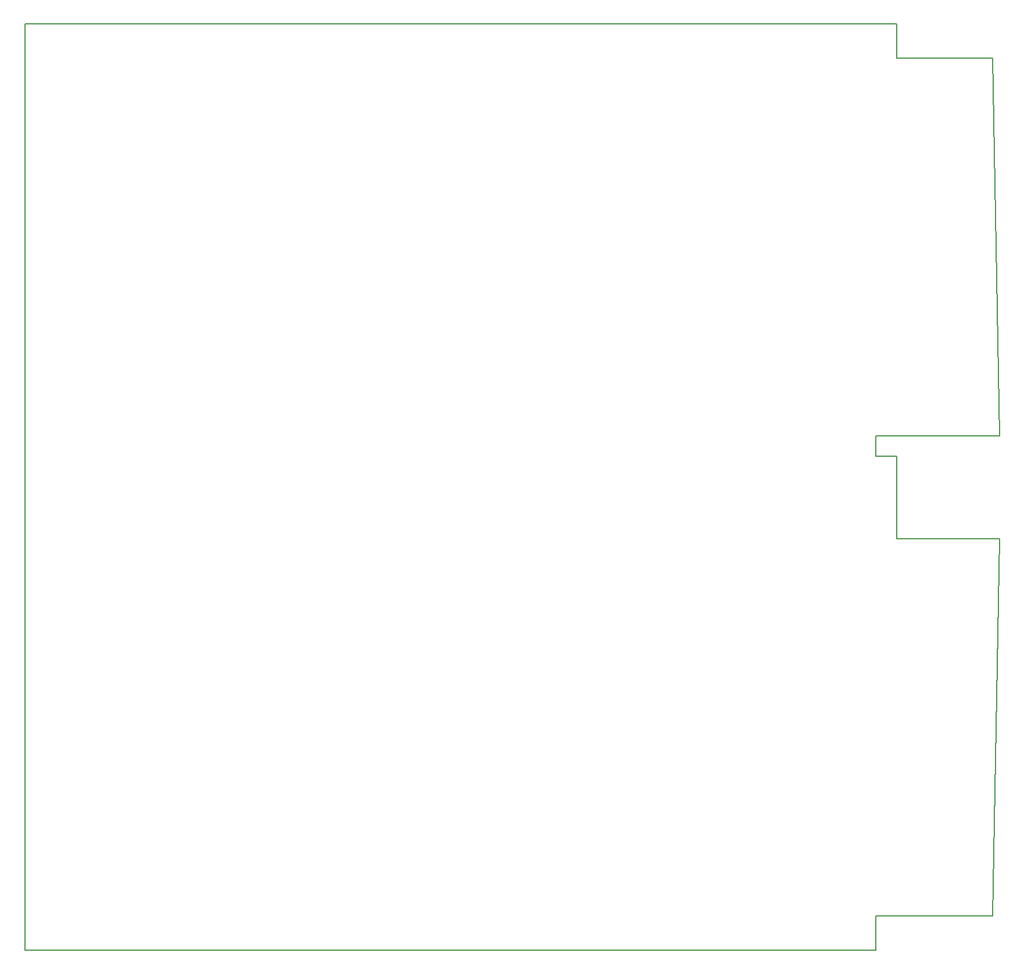
<source format=gko>
G04*
G04  File:            MT-CONTROLLER-PROTOTYPE_C-II.GKO, Thu Feb 18 07:25:22 2021*
G04  Source:          P-CAD 2006 PCB, Version 19.02.958, (D:\retrocomputing\CM5300\pdp11-mt-controller\pcb\mt-controller-prototype_c-ii.pcb)*
G04  Format:          Gerber Format (RS-274-D), ASCII*
G04*
G04  Format Options:  Absolute Positioning*
G04                   Leading-Zero Suppression*
G04                   Scale Factor 1:1*
G04                   NO Circular Interpolation*
G04                   Inch Units*
G04                   Numeric Format: 4.4 (XXXX.XXXX)*
G04                   G54 NOT Used for Aperture Change*
G04                   Apertures Embedded*
G04*
G04  File Options:    Offset = (0.0mil,0.0mil)*
G04                   Drill Symbol Size = 80.0mil*
G04                   No Pad/Via Holes*
G04*
G04  File Contents:   No Pads*
G04                   No Vias*
G04                   No Designators*
G04                   No Types*
G04                   No Values*
G04                   No Drill Symbols*
G04                   Board*
G04*
%INMT-CONTROLLER-PROTOTYPE_C-II.GKO*%
%ICAS*%
%MOIN*%
G04*
G04  Aperture MACROs for general use --- invoked via D-code assignment *
G04*
G04  General MACRO for flashed round with rotation and/or offset hole *
%AMROTOFFROUND*
1,1,$1,0.0000,0.0000*
1,0,$2,$3,$4*%
G04*
G04  General MACRO for flashed oval (obround) with rotation and/or offset hole *
%AMROTOFFOVAL*
21,1,$1,$2,0.0000,0.0000,$3*
1,1,$4,$5,$6*
1,1,$4,0-$5,0-$6*
1,0,$7,$8,$9*%
G04*
G04  General MACRO for flashed oval (obround) with rotation and no hole *
%AMROTOVALNOHOLE*
21,1,$1,$2,0.0000,0.0000,$3*
1,1,$4,$5,$6*
1,1,$4,0-$5,0-$6*%
G04*
G04  General MACRO for flashed rectangle with rotation and/or offset hole *
%AMROTOFFRECT*
21,1,$1,$2,0.0000,0.0000,$3*
1,0,$4,$5,$6*%
G04*
G04  General MACRO for flashed rectangle with rotation and no hole *
%AMROTRECTNOHOLE*
21,1,$1,$2,0.0000,0.0000,$3*%
G04*
G04  General MACRO for flashed rounded-rectangle *
%AMROUNDRECT*
21,1,$1,$2-$4,0.0000,0.0000,$3*
21,1,$1-$4,$2,0.0000,0.0000,$3*
1,1,$4,$5,$6*
1,1,$4,$7,$8*
1,1,$4,0-$5,0-$6*
1,1,$4,0-$7,0-$8*
1,0,$9,$10,$11*%
G04*
G04  General MACRO for flashed rounded-rectangle with rotation and no hole *
%AMROUNDRECTNOHOLE*
21,1,$1,$2-$4,0.0000,0.0000,$3*
21,1,$1-$4,$2,0.0000,0.0000,$3*
1,1,$4,$5,$6*
1,1,$4,$7,$8*
1,1,$4,0-$5,0-$6*
1,1,$4,0-$7,0-$8*%
G04*
G04  General MACRO for flashed regular polygon *
%AMREGPOLY*
5,1,$1,0.0000,0.0000,$2,$3+$4*
1,0,$5,$6,$7*%
G04*
G04  General MACRO for flashed regular polygon with no hole *
%AMREGPOLYNOHOLE*
5,1,$1,0.0000,0.0000,$2,$3+$4*%
G04*
G04  General MACRO for target *
%AMTARGET*
6,0,0,$1,$2,$3,4,$4,$5,$6*%
G04*
G04  General MACRO for mounting hole *
%AMMTHOLE*
1,1,$1,0,0*
1,0,$2,0,0*
$1=$1-$2*
$1=$1/2*
21,1,$2+$1,$3,0,0,$4*
21,1,$3,$2+$1,0,0,$4*%
G04*
G04*
G04  D10 : "Ellipse X0.254mm Y0.254mm H0.000mm 0.0deg (0.000mm,0.000mm) Draw"*
G04  Disc: OuterDia=0.0100*
%ADD10C, 0.0100*%
G04  D11 : "Ellipse X0.300mm Y0.300mm H0.000mm 0.0deg (0.000mm,0.000mm) Draw"*
G04  Disc: OuterDia=0.0118*
%ADD11C, 0.0118*%
G04  D12 : "Ellipse X0.350mm Y0.350mm H0.000mm 0.0deg (0.000mm,0.000mm) Draw"*
G04  Disc: OuterDia=0.0138*
%ADD12C, 0.0138*%
G04  D13 : "Ellipse X0.400mm Y0.400mm H0.000mm 0.0deg (0.000mm,0.000mm) Draw"*
G04  Disc: OuterDia=0.0157*
%ADD13C, 0.0157*%
G04  D14 : "Ellipse X0.500mm Y0.500mm H0.000mm 0.0deg (0.000mm,0.000mm) Draw"*
G04  Disc: OuterDia=0.0197*
%ADD14C, 0.0197*%
G04  D15 : "Ellipse X0.100mm Y0.100mm H0.000mm 0.0deg (0.000mm,0.000mm) Draw"*
G04  Disc: OuterDia=0.0039*
%ADD15C, 0.0039*%
G04  D16 : "Ellipse X1.000mm Y1.000mm H0.000mm 0.0deg (0.000mm,0.000mm) Draw"*
G04  Disc: OuterDia=0.0394*
%ADD16C, 0.0394*%
G04  D17 : "Ellipse X0.127mm Y0.127mm H0.000mm 0.0deg (0.000mm,0.000mm) Draw"*
G04  Disc: OuterDia=0.0050*
%ADD17C, 0.0050*%
G04  D18 : "Ellipse X0.150mm Y0.150mm H0.000mm 0.0deg (0.000mm,0.000mm) Draw"*
G04  Disc: OuterDia=0.0059*
%ADD18C, 0.0059*%
G04  D19 : "Ellipse X1.500mm Y1.500mm H0.000mm 0.0deg (0.000mm,0.000mm) Draw"*
G04  Disc: OuterDia=0.0591*
%ADD19C, 0.0591*%
G04  D20 : "Ellipse X0.200mm Y0.200mm H0.000mm 0.0deg (0.000mm,0.000mm) Draw"*
G04  Disc: OuterDia=0.0079*
%ADD20C, 0.0079*%
G04  D21 : "Ellipse X0.250mm Y0.250mm H0.000mm 0.0deg (0.000mm,0.000mm) Draw"*
G04  Disc: OuterDia=0.0098*
%ADD21C, 0.0098*%
G04  D22 : "Ellipse X2.600mm Y2.600mm H0.000mm 0.0deg (0.000mm,0.000mm) Flash"*
G04  Disc: OuterDia=0.1024*
%ADD22C, 0.1024*%
G04  D23 : "Ellipse X2.800mm Y2.800mm H0.000mm 0.0deg (0.000mm,0.000mm) Flash"*
G04  Disc: OuterDia=0.1102*
%ADD23C, 0.1102*%
G04  D24 : "Ellipse X3.300mm Y3.300mm H0.000mm 0.0deg (0.000mm,0.000mm) Flash"*
G04  Disc: OuterDia=0.1299*
%ADD24C, 0.1299*%
G04  D25 : "Ellipse X0.500mm Y0.500mm H0.000mm 0.0deg (0.000mm,0.000mm) Flash"*
G04  Disc: OuterDia=0.0197*
%ADD25C, 0.0197*%
G04  D26 : "Ellipse X0.550mm Y0.550mm H0.000mm 0.0deg (0.000mm,0.000mm) Flash"*
G04  Disc: OuterDia=0.0217*
%ADD26C, 0.0217*%
G04  D27 : "Ellipse X0.800mm Y0.800mm H0.000mm 0.0deg (0.000mm,0.000mm) Flash"*
G04  Disc: OuterDia=0.0315*
%ADD27C, 0.0315*%
G04  D28 : "Ellipse X1.000mm Y1.000mm H0.000mm 0.0deg (0.000mm,0.000mm) Flash"*
G04  Disc: OuterDia=0.0394*
%ADD28C, 0.0394*%
G04  D29 : "Ellipse X1.800mm Y1.800mm H0.000mm 0.0deg (0.000mm,0.000mm) Flash"*
G04  Disc: OuterDia=0.0709*
%ADD29C, 0.0709*%
G04  D30 : "Ellipse X1.900mm Y1.900mm H0.000mm 0.0deg (0.000mm,0.000mm) Flash"*
G04  Disc: OuterDia=0.0748*
%ADD30C, 0.0748*%
G04  D31 : "Ellipse X2.300mm Y2.300mm H0.000mm 0.0deg (0.000mm,0.000mm) Flash"*
G04  Disc: OuterDia=0.0906*
%ADD31C, 0.0906*%
G04  D32 : "Ellipse X2.400mm Y2.400mm H0.000mm 0.0deg (0.000mm,0.000mm) Flash"*
G04  Disc: OuterDia=0.0945*
%ADD32C, 0.0945*%
G04  D33 : "Ellipse X2.500mm Y2.500mm H0.000mm 0.0deg (0.000mm,0.000mm) Flash"*
G04  Disc: OuterDia=0.0984*
%ADD33C, 0.0984*%
G04  D34 : "Mounting Hole X2.700mm Y2.700mm H0.000mm 0.0deg (0.000mm,0.000mm) Flash"*
G04  Mounting Hole: Diameter=0.1063, Rotation=0.0, LineWidth=0.0050 *
%ADD34MTHOLE, 0.1063 X0.0863 X0.0050 X0.0*%
G04  D35 : "Mounting Hole X3.200mm Y3.200mm H0.000mm 0.0deg (0.000mm,0.000mm) Flash"*
G04  Mounting Hole: Diameter=0.1260, Rotation=0.0, LineWidth=0.0050 *
%ADD35MTHOLE, 0.1260 X0.1060 X0.0050 X0.0*%
G04  D36 : "Rounded Rectangle X0.310mm Y0.600mm H0.000mm 0.0deg (0.000mm,0.000mm) Flash"*
G04  RoundRct: DimX=0.0122, DimY=0.0236, CornerRad=0.0031, Rotation=0.0, OffsetX=0.0000, OffsetY=0.0000, HoleDia=0.0000 *
%ADD36ROUNDRECTNOHOLE, 0.0122 X0.0236 X0.0 X0.0061 X-0.0031 X-0.0088 X-0.0031 X0.0088*%
G04  D37 : "Rounded Rectangle X0.410mm Y0.700mm H0.000mm 0.0deg (0.000mm,0.000mm) Flash"*
G04  RoundRct: DimX=0.0161, DimY=0.0276, CornerRad=0.0040, Rotation=0.0, OffsetX=0.0000, OffsetY=0.0000, HoleDia=0.0000 *
%ADD37ROUNDRECTNOHOLE, 0.0161 X0.0276 X0.0 X0.0081 X-0.0040 X-0.0097 X-0.0040 X0.0097*%
G04  D38 : "Rounded Rectangle X0.700mm Y0.950mm H0.000mm 0.0deg (0.000mm,0.000mm) Flash"*
G04  RoundRct: DimX=0.0276, DimY=0.0374, CornerRad=0.0069, Rotation=0.0, OffsetX=0.0000, OffsetY=0.0000, HoleDia=0.0000 *
%ADD38ROUNDRECTNOHOLE, 0.0276 X0.0374 X0.0 X0.0138 X-0.0069 X-0.0118 X-0.0069 X0.0118*%
G04  D39 : "Rounded Rectangle X0.800mm Y1.050mm H0.000mm 0.0deg (0.000mm,0.000mm) Flash"*
G04  RoundRct: DimX=0.0315, DimY=0.0413, CornerRad=0.0079, Rotation=0.0, OffsetX=0.0000, OffsetY=0.0000, HoleDia=0.0000 *
%ADD39ROUNDRECTNOHOLE, 0.0315 X0.0413 X0.0 X0.0157 X-0.0079 X-0.0128 X-0.0079 X0.0128*%
G04  D40 : "Rounded Rectangle X1.200mm Y1.100mm H0.000mm 0.0deg (0.000mm,0.000mm) Flash"*
G04  RoundRct: DimX=0.0472, DimY=0.0433, CornerRad=0.0108, Rotation=0.0, OffsetX=0.0000, OffsetY=0.0000, HoleDia=0.0000 *
%ADD40ROUNDRECTNOHOLE, 0.0472 X0.0433 X0.0 X0.0217 X-0.0128 X-0.0108 X-0.0128 X0.0108*%
G04  D41 : "Rounded Rectangle X1.100mm Y1.200mm H0.000mm 0.0deg (0.000mm,0.000mm) Flash"*
G04  RoundRct: DimX=0.0433, DimY=0.0472, CornerRad=0.0108, Rotation=0.0, OffsetX=0.0000, OffsetY=0.0000, HoleDia=0.0000 *
%ADD41ROUNDRECTNOHOLE, 0.0433 X0.0472 X0.0 X0.0217 X-0.0108 X-0.0128 X-0.0108 X0.0128*%
G04  D42 : "Rounded Rectangle X1.300mm Y1.200mm H0.000mm 0.0deg (0.000mm,0.000mm) Flash"*
G04  RoundRct: DimX=0.0512, DimY=0.0472, CornerRad=0.0118, Rotation=0.0, OffsetX=0.0000, OffsetY=0.0000, HoleDia=0.0000 *
%ADD42ROUNDRECTNOHOLE, 0.0512 X0.0472 X0.0 X0.0236 X-0.0138 X-0.0118 X-0.0138 X0.0118*%
G04  D43 : "Rounded Rectangle X1.200mm Y1.300mm H0.000mm 0.0deg (0.000mm,0.000mm) Flash"*
G04  RoundRct: DimX=0.0472, DimY=0.0512, CornerRad=0.0118, Rotation=0.0, OffsetX=0.0000, OffsetY=0.0000, HoleDia=0.0000 *
%ADD43ROUNDRECTNOHOLE, 0.0472 X0.0512 X0.0 X0.0236 X-0.0118 X-0.0138 X-0.0118 X0.0138*%
G04  D44 : "Rounded Rectangle X1.400mm Y1.300mm H0.000mm 0.0deg (0.000mm,0.000mm) Flash"*
G04  RoundRct: DimX=0.0551, DimY=0.0512, CornerRad=0.0128, Rotation=0.0, OffsetX=0.0000, OffsetY=0.0000, HoleDia=0.0000 *
%ADD44ROUNDRECTNOHOLE, 0.0551 X0.0512 X0.0 X0.0256 X-0.0148 X-0.0128 X-0.0148 X0.0128*%
G04  D45 : "Rounded Rectangle X1.750mm Y1.500mm H0.000mm 0.0deg (0.000mm,0.000mm) Flash"*
G04  RoundRct: DimX=0.0689, DimY=0.0591, CornerRad=0.0148, Rotation=0.0, OffsetX=0.0000, OffsetY=0.0000, HoleDia=0.0000 *
%ADD45ROUNDRECTNOHOLE, 0.0689 X0.0591 X0.0 X0.0295 X-0.0197 X-0.0148 X-0.0197 X0.0148*%
G04  D46 : "Rounded Rectangle X1.400mm Y1.800mm H0.000mm 0.0deg (0.000mm,0.000mm) Flash"*
G04  RoundRct: DimX=0.0551, DimY=0.0709, CornerRad=0.0138, Rotation=0.0, OffsetX=0.0000, OffsetY=0.0000, HoleDia=0.0000 *
%ADD46ROUNDRECTNOHOLE, 0.0551 X0.0709 X0.0 X0.0276 X-0.0138 X-0.0217 X-0.0138 X0.0217*%
G04  D47 : "Rounded Rectangle X1.800mm Y1.800mm H0.000mm 0.0deg (0.000mm,0.000mm) Flash"*
G04  RoundRct: DimX=0.0709, DimY=0.0709, CornerRad=0.0177, Rotation=0.0, OffsetX=0.0000, OffsetY=0.0000, HoleDia=0.0000 *
%ADD47ROUNDRECTNOHOLE, 0.0709 X0.0709 X0.0 X0.0354 X-0.0177 X-0.0177 X-0.0177 X0.0177*%
G04  D48 : "Rounded Rectangle X1.850mm Y1.600mm H0.000mm 0.0deg (0.000mm,0.000mm) Flash"*
G04  RoundRct: DimX=0.0728, DimY=0.0630, CornerRad=0.0157, Rotation=0.0, OffsetX=0.0000, OffsetY=0.0000, HoleDia=0.0000 *
%ADD48ROUNDRECTNOHOLE, 0.0728 X0.0630 X0.0 X0.0315 X-0.0207 X-0.0157 X-0.0207 X0.0157*%
G04  D49 : "Rounded Rectangle X1.500mm Y1.900mm H0.000mm 0.0deg (0.000mm,0.000mm) Flash"*
G04  RoundRct: DimX=0.0591, DimY=0.0748, CornerRad=0.0148, Rotation=0.0, OffsetX=0.0000, OffsetY=0.0000, HoleDia=0.0000 *
%ADD49ROUNDRECTNOHOLE, 0.0591 X0.0748 X0.0 X0.0295 X-0.0148 X-0.0226 X-0.0148 X0.0226*%
G04  D50 : "Rounded Rectangle X1.900mm Y1.900mm H0.000mm 0.0deg (0.000mm,0.000mm) Flash"*
G04  RoundRct: DimX=0.0748, DimY=0.0748, CornerRad=0.0187, Rotation=0.0, OffsetX=0.0000, OffsetY=0.0000, HoleDia=0.0000 *
%ADD50ROUNDRECTNOHOLE, 0.0748 X0.0748 X0.0 X0.0374 X-0.0187 X-0.0187 X-0.0187 X0.0187*%
G04  D51 : "Rounded Rectangle X2.000mm Y2.500mm H0.000mm 0.0deg (0.000mm,0.000mm) Flash"*
G04  RoundRct: DimX=0.0787, DimY=0.0984, CornerRad=0.0197, Rotation=0.0, OffsetX=0.0000, OffsetY=0.0000, HoleDia=0.0000 *
%ADD51ROUNDRECTNOHOLE, 0.0787 X0.0984 X0.0 X0.0394 X-0.0197 X-0.0295 X-0.0197 X0.0295*%
G04  D52 : "Rounded Rectangle X2.500mm Y2.000mm H0.000mm 0.0deg (0.000mm,0.000mm) Flash"*
G04  RoundRct: DimX=0.0984, DimY=0.0787, CornerRad=0.0197, Rotation=0.0, OffsetX=0.0000, OffsetY=0.0000, HoleDia=0.0000 *
%ADD52ROUNDRECTNOHOLE, 0.0984 X0.0787 X0.0 X0.0394 X-0.0295 X-0.0197 X-0.0295 X0.0197*%
G04  D53 : "Rounded Rectangle X2.100mm Y2.600mm H0.000mm 0.0deg (0.000mm,0.000mm) Flash"*
G04  RoundRct: DimX=0.0827, DimY=0.1024, CornerRad=0.0207, Rotation=0.0, OffsetX=0.0000, OffsetY=0.0000, HoleDia=0.0000 *
%ADD53ROUNDRECTNOHOLE, 0.0827 X0.1024 X0.0 X0.0413 X-0.0207 X-0.0305 X-0.0207 X0.0305*%
G04  D54 : "Rounded Rectangle X2.600mm Y2.100mm H0.000mm 0.0deg (0.000mm,0.000mm) Flash"*
G04  RoundRct: DimX=0.1024, DimY=0.0827, CornerRad=0.0207, Rotation=0.0, OffsetX=0.0000, OffsetY=0.0000, HoleDia=0.0000 *
%ADD54ROUNDRECTNOHOLE, 0.1024 X0.0827 X0.0 X0.0413 X-0.0305 X-0.0207 X-0.0305 X0.0207*%
G04  D55 : "Rectangle X4.000mm Y3.400mm H0.000mm 0.0deg (0.000mm,0.000mm) Flash"*
G04  Rectangular: DimX=0.1575, DimY=0.1339, Rotation=0.0, OffsetX=0.0000, OffsetY=0.0000, HoleDia=0.0000 *
%ADD55R, 0.1575 X0.1339*%
G04  D56 : "Rectangle X4.100mm Y3.500mm H0.000mm 0.0deg (0.000mm,0.000mm) Flash"*
G04  Rectangular: DimX=0.1614, DimY=0.1378, Rotation=0.0, OffsetX=0.0000, OffsetY=0.0000, HoleDia=0.0000 *
%ADD56R, 0.1614 X0.1378*%
G04  D57 : "Rectangle X0.400mm Y0.600mm H0.000mm 0.0deg (0.000mm,0.000mm) Flash"*
G04  Rectangular: DimX=0.0157, DimY=0.0236, Rotation=0.0, OffsetX=0.0000, OffsetY=0.0000, HoleDia=0.0000 *
%ADD57R, 0.0157 X0.0236*%
G04  D58 : "Rectangle X0.500mm Y0.700mm H0.000mm 0.0deg (0.000mm,0.000mm) Flash"*
G04  Rectangular: DimX=0.0197, DimY=0.0276, Rotation=0.0, OffsetX=0.0000, OffsetY=0.0000, HoleDia=0.0000 *
%ADD58R, 0.0197 X0.0276*%
G04  D59 : "Rectangle X0.700mm Y0.250mm H0.000mm 0.0deg (0.000mm,0.000mm) Flash"*
G04  Rectangular: DimX=0.0276, DimY=0.0098, Rotation=0.0, OffsetX=0.0000, OffsetY=0.0000, HoleDia=0.0000 *
%ADD59R, 0.0276 X0.0098*%
G04  D60 : "Rectangle X0.250mm Y0.700mm H0.000mm 0.0deg (0.000mm,0.000mm) Flash"*
G04  Rectangular: DimX=0.0098, DimY=0.0276, Rotation=0.0, OffsetX=0.0000, OffsetY=0.0000, HoleDia=0.0000 *
%ADD60R, 0.0098 X0.0276*%
G04  D61 : "Rectangle X7.500mm Y2.300mm H0.000mm 0.0deg (0.000mm,0.000mm) Flash"*
G04  Rectangular: DimX=0.2953, DimY=0.0906, Rotation=0.0, OffsetX=0.0000, OffsetY=0.0000, HoleDia=0.0000 *
%ADD61R, 0.2953 X0.0906*%
G04  D62 : "Rectangle X7.600mm Y2.400mm H0.000mm 0.0deg (0.000mm,0.000mm) Flash"*
G04  Rectangular: DimX=0.2992, DimY=0.0945, Rotation=0.0, OffsetX=0.0000, OffsetY=0.0000, HoleDia=0.0000 *
%ADD62R, 0.2992 X0.0945*%
G04  D63 : "Rectangle X0.800mm Y0.350mm H0.000mm 0.0deg (0.000mm,0.000mm) Flash"*
G04  Rectangular: DimX=0.0315, DimY=0.0138, Rotation=0.0, OffsetX=0.0000, OffsetY=0.0000, HoleDia=0.0000 *
%ADD63R, 0.0315 X0.0138*%
G04  D64 : "Rectangle X0.350mm Y0.800mm H0.000mm 0.0deg (0.000mm,0.000mm) Flash"*
G04  Rectangular: DimX=0.0138, DimY=0.0315, Rotation=0.0, OffsetX=0.0000, OffsetY=0.0000, HoleDia=0.0000 *
%ADD64R, 0.0138 X0.0315*%
G04  D65 : "Rectangle X0.850mm Y0.400mm H0.000mm 0.0deg (0.000mm,0.000mm) Flash"*
G04  Rectangular: DimX=0.0335, DimY=0.0157, Rotation=0.0, OffsetX=0.0000, OffsetY=0.0000, HoleDia=0.0000 *
%ADD65R, 0.0335 X0.0157*%
G04  D66 : "Rectangle X0.400mm Y0.850mm H0.000mm 0.0deg (0.000mm,0.000mm) Flash"*
G04  Rectangular: DimX=0.0157, DimY=0.0335, Rotation=0.0, OffsetX=0.0000, OffsetY=0.0000, HoleDia=0.0000 *
%ADD66R, 0.0157 X0.0335*%
G04  D67 : "Rectangle X0.950mm Y0.500mm H0.000mm 0.0deg (0.000mm,0.000mm) Flash"*
G04  Rectangular: DimX=0.0374, DimY=0.0197, Rotation=0.0, OffsetX=0.0000, OffsetY=0.0000, HoleDia=0.0000 *
%ADD67R, 0.0374 X0.0197*%
G04  D68 : "Rectangle X0.500mm Y0.950mm H0.000mm 0.0deg (0.000mm,0.000mm) Flash"*
G04  Rectangular: DimX=0.0197, DimY=0.0374, Rotation=0.0, OffsetX=0.0000, OffsetY=0.0000, HoleDia=0.0000 *
%ADD68R, 0.0197 X0.0374*%
G04  D69 : "Rectangle X1.600mm Y0.350mm H0.000mm 0.0deg (0.000mm,0.000mm) Flash"*
G04  Rectangular: DimX=0.0630, DimY=0.0138, Rotation=0.0, OffsetX=0.0000, OffsetY=0.0000, HoleDia=0.0000 *
%ADD69R, 0.0630 X0.0138*%
G04  D70 : "Rectangle X0.350mm Y1.600mm H0.000mm 0.0deg (0.000mm,0.000mm) Flash"*
G04  Rectangular: DimX=0.0138, DimY=0.0630, Rotation=0.0, OffsetX=0.0000, OffsetY=0.0000, HoleDia=0.0000 *
%ADD70R, 0.0138 X0.0630*%
G04  D71 : "Rectangle X1.740mm Y0.490mm H0.000mm 0.0deg (0.000mm,0.000mm) Flash"*
G04  Rectangular: DimX=0.0685, DimY=0.0193, Rotation=0.0, OffsetX=0.0000, OffsetY=0.0000, HoleDia=0.0000 *
%ADD71R, 0.0685 X0.0193*%
G04  D72 : "Rectangle X0.490mm Y1.740mm H0.000mm 0.0deg (0.000mm,0.000mm) Flash"*
G04  Rectangular: DimX=0.0193, DimY=0.0685, Rotation=0.0, OffsetX=0.0000, OffsetY=0.0000, HoleDia=0.0000 *
%ADD72R, 0.0193 X0.0685*%
G04  D73 : "Rectangle X2.000mm Y0.600mm H0.000mm 0.0deg (0.000mm,0.000mm) Flash"*
G04  Rectangular: DimX=0.0787, DimY=0.0236, Rotation=0.0, OffsetX=0.0000, OffsetY=0.0000, HoleDia=0.0000 *
%ADD73R, 0.0787 X0.0236*%
G04  D74 : "Rectangle X2.000mm Y1.800mm H0.000mm 0.0deg (0.000mm,0.000mm) Flash"*
G04  Rectangular: DimX=0.0787, DimY=0.0709, Rotation=0.0, OffsetX=0.0000, OffsetY=0.0000, HoleDia=0.0000 *
%ADD74R, 0.0787 X0.0709*%
G04  D75 : "Rectangle X2.100mm Y0.700mm H0.000mm 0.0deg (0.000mm,0.000mm) Flash"*
G04  Rectangular: DimX=0.0827, DimY=0.0276, Rotation=0.0, OffsetX=0.0000, OffsetY=0.0000, HoleDia=0.0000 *
%ADD75R, 0.0827 X0.0276*%
G04  D76 : "Rectangle X2.100mm Y1.900mm H0.000mm 0.0deg (0.000mm,0.000mm) Flash"*
G04  Rectangular: DimX=0.0827, DimY=0.0748, Rotation=0.0, OffsetX=0.0000, OffsetY=0.0000, HoleDia=0.0000 *
%ADD76R, 0.0827 X0.0748*%
G04  D77 : "Ellipse X0.400mm Y0.400mm H0.000mm 0.0deg (0.000mm,0.000mm) Flash"*
G04  Disc: OuterDia=0.0157*
%ADD77C, 0.0157*%
G04*
%FSLAX44Y44*%
%SFA1B1*%
%OFA0.0000B0.0000*%
G04*
G70*
G90*
G01*
D2*
%LNBoard*%
D15*
X163779Y32480*
Y30511D1*
X164960Y58858D2*
X163779D1*
X164960Y81692D2*
Y83661D1*
Y58858D2*
Y54133D1*
X163779Y58858D2*
Y60039D1*
X170866Y54133D2*
X170472Y32480D1*
X170866Y60039D2*
X170472Y81692D1*
X114960Y83661D2*
Y30511D1*
X170472Y32480D2*
X163779D1*
X164960Y54133D2*
X170866D1*
X163779Y60039D2*
X170866D1*
X170472Y81692D2*
X164960D1*
X114960Y30511D2*
X163779D1*
X114960Y83661D2*
X164960D1*
D2*
D17*
X163779Y32480*
X170472D1*
X170866Y54133*
X164960*
Y58858*
X163779*
Y60039*
X170866*
X170472Y81692*
X164960*
Y83661*
X114960*
Y30511*
X163779*
Y32480*
D02M02*

</source>
